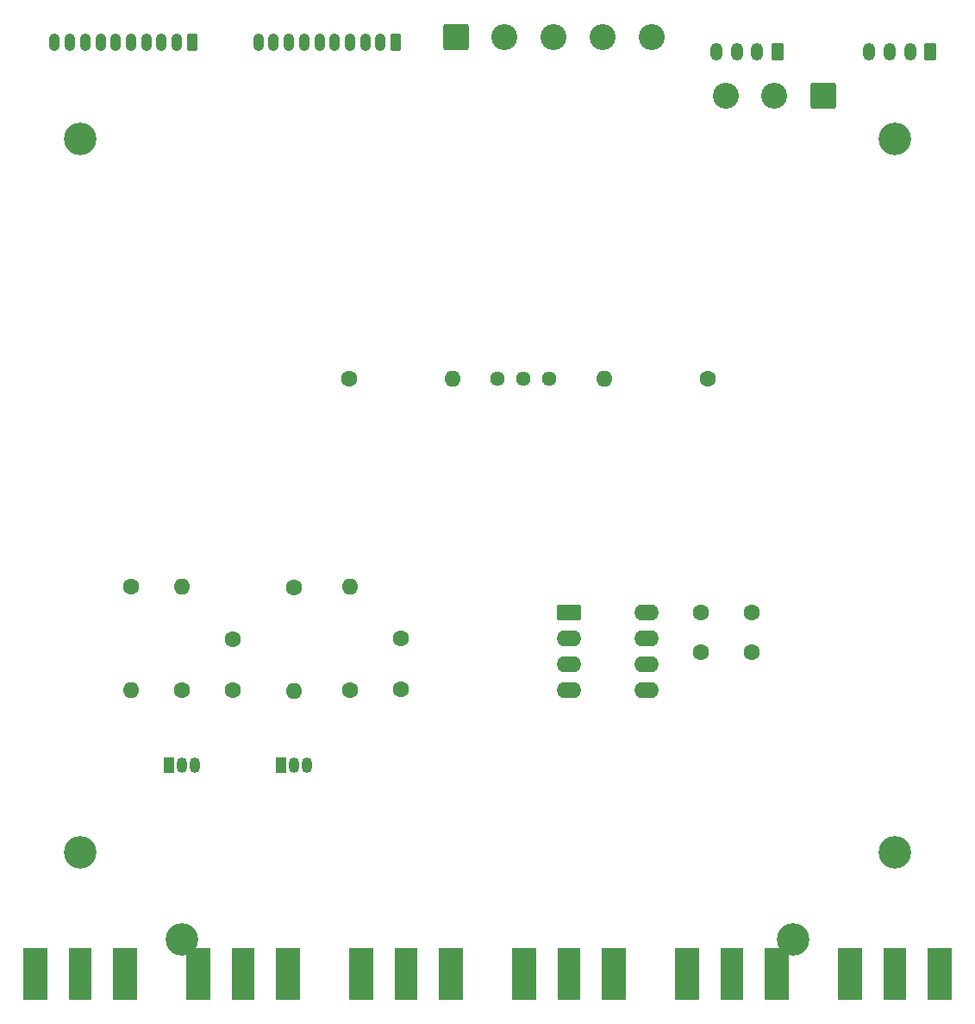
<source format=gts>
G04 #@! TF.GenerationSoftware,KiCad,Pcbnew,9.0.0*
G04 #@! TF.CreationDate,2025-05-20T10:08:30-07:00*
G04 #@! TF.ProjectId,coil_tempeauture_interlock,636f696c-5f74-4656-9d70-656175747572,rev?*
G04 #@! TF.SameCoordinates,Original*
G04 #@! TF.FileFunction,Soldermask,Top*
G04 #@! TF.FilePolarity,Negative*
%FSLAX46Y46*%
G04 Gerber Fmt 4.6, Leading zero omitted, Abs format (unit mm)*
G04 Created by KiCad (PCBNEW 9.0.0) date 2025-05-20 10:08:30*
%MOMM*%
%LPD*%
G01*
G04 APERTURE LIST*
G04 Aperture macros list*
%AMRoundRect*
0 Rectangle with rounded corners*
0 $1 Rounding radius*
0 $2 $3 $4 $5 $6 $7 $8 $9 X,Y pos of 4 corners*
0 Add a 4 corners polygon primitive as box body*
4,1,4,$2,$3,$4,$5,$6,$7,$8,$9,$2,$3,0*
0 Add four circle primitives for the rounded corners*
1,1,$1+$1,$2,$3*
1,1,$1+$1,$4,$5*
1,1,$1+$1,$6,$7*
1,1,$1+$1,$8,$9*
0 Add four rect primitives between the rounded corners*
20,1,$1+$1,$2,$3,$4,$5,0*
20,1,$1+$1,$4,$5,$6,$7,0*
20,1,$1+$1,$6,$7,$8,$9,0*
20,1,$1+$1,$8,$9,$2,$3,0*%
G04 Aperture macros list end*
%ADD10C,1.440000*%
%ADD11C,1.600000*%
%ADD12O,1.600000X1.600000*%
%ADD13R,2.290000X5.080000*%
%ADD14R,2.420000X5.080000*%
%ADD15RoundRect,0.249999X-1.025001X-1.025001X1.025001X-1.025001X1.025001X1.025001X-1.025001X1.025001X0*%
%ADD16C,2.550000*%
%ADD17RoundRect,0.250000X0.265000X0.615000X-0.265000X0.615000X-0.265000X-0.615000X0.265000X-0.615000X0*%
%ADD18O,1.030000X1.730000*%
%ADD19C,3.200000*%
%ADD20RoundRect,0.250000X0.350000X0.625000X-0.350000X0.625000X-0.350000X-0.625000X0.350000X-0.625000X0*%
%ADD21O,1.200000X1.750000*%
%ADD22R,1.050000X1.500000*%
%ADD23O,1.050000X1.500000*%
%ADD24RoundRect,0.250000X-0.950000X-0.550000X0.950000X-0.550000X0.950000X0.550000X-0.950000X0.550000X0*%
%ADD25O,2.400000X1.600000*%
%ADD26RoundRect,0.249999X1.025001X1.025001X-1.025001X1.025001X-1.025001X-1.025001X1.025001X-1.025001X0*%
G04 APERTURE END LIST*
D10*
X156080000Y-88500000D03*
X153540000Y-88500000D03*
X151000000Y-88500000D03*
D11*
X136420000Y-88500000D03*
D12*
X146580000Y-88500000D03*
D13*
X190000000Y-146930000D03*
D14*
X185620000Y-146930000D03*
X194380000Y-146930000D03*
D15*
X146900000Y-55000000D03*
D16*
X151700000Y-55000000D03*
X156500000Y-55000000D03*
X161300000Y-55000000D03*
X166100000Y-55000000D03*
D17*
X141000000Y-55500000D03*
D18*
X139500000Y-55500000D03*
X138000000Y-55500000D03*
X136500000Y-55500000D03*
X135000000Y-55500000D03*
X133500000Y-55500000D03*
X132000000Y-55500000D03*
X130500000Y-55500000D03*
X129000000Y-55500000D03*
X127500000Y-55500000D03*
D11*
X171000000Y-115390000D03*
X176000000Y-115390000D03*
D19*
X190000000Y-135000000D03*
X110000000Y-65000000D03*
D13*
X142000000Y-146930000D03*
D14*
X137620000Y-146930000D03*
X146380000Y-146930000D03*
D20*
X178500000Y-56450000D03*
D21*
X176500000Y-56450000D03*
X174500000Y-56450000D03*
X172500000Y-56450000D03*
D11*
X125000000Y-119080000D03*
X125000000Y-114080000D03*
D19*
X190000000Y-65000000D03*
D22*
X118730000Y-126500000D03*
D23*
X120000000Y-126500000D03*
X121270000Y-126500000D03*
D19*
X110000000Y-135000000D03*
D11*
X115000000Y-108920000D03*
D12*
X115000000Y-119080000D03*
D11*
X131000000Y-109000000D03*
D12*
X131000000Y-119160000D03*
D11*
X120000000Y-119080000D03*
D12*
X120000000Y-108920000D03*
D19*
X180000000Y-143600000D03*
D11*
X141500000Y-119000000D03*
X141500000Y-114000000D03*
D13*
X126000000Y-146930000D03*
D14*
X121620000Y-146930000D03*
X130380000Y-146930000D03*
D24*
X158000000Y-111500000D03*
D25*
X158000000Y-114040000D03*
X158000000Y-116580000D03*
X158000000Y-119120000D03*
X165620000Y-119120000D03*
X165620000Y-116580000D03*
X165620000Y-114040000D03*
X165620000Y-111500000D03*
D17*
X121000000Y-55500000D03*
D18*
X119500000Y-55500000D03*
X118000000Y-55500000D03*
X116500000Y-55500000D03*
X115000000Y-55500000D03*
X113500000Y-55500000D03*
X112000000Y-55500000D03*
X110500000Y-55500000D03*
X109000000Y-55500000D03*
X107500000Y-55500000D03*
D26*
X183000000Y-60800000D03*
D16*
X178200000Y-60800000D03*
X173400000Y-60800000D03*
D13*
X158000000Y-146930000D03*
D14*
X153620000Y-146930000D03*
X162380000Y-146930000D03*
D19*
X120000000Y-143600000D03*
D20*
X193500000Y-56450000D03*
D21*
X191500000Y-56450000D03*
X189500000Y-56450000D03*
X187500000Y-56450000D03*
D13*
X174000000Y-146930000D03*
D14*
X169620000Y-146930000D03*
X178380000Y-146930000D03*
D11*
X136500000Y-119080000D03*
D12*
X136500000Y-108920000D03*
D11*
X171660000Y-88500000D03*
D12*
X161500000Y-88500000D03*
D11*
X171000000Y-111500000D03*
X176000000Y-111500000D03*
D22*
X129730000Y-126500000D03*
D23*
X131000000Y-126500000D03*
X132270000Y-126500000D03*
D13*
X110000000Y-146930000D03*
D14*
X105620000Y-146930000D03*
X114380000Y-146930000D03*
M02*

</source>
